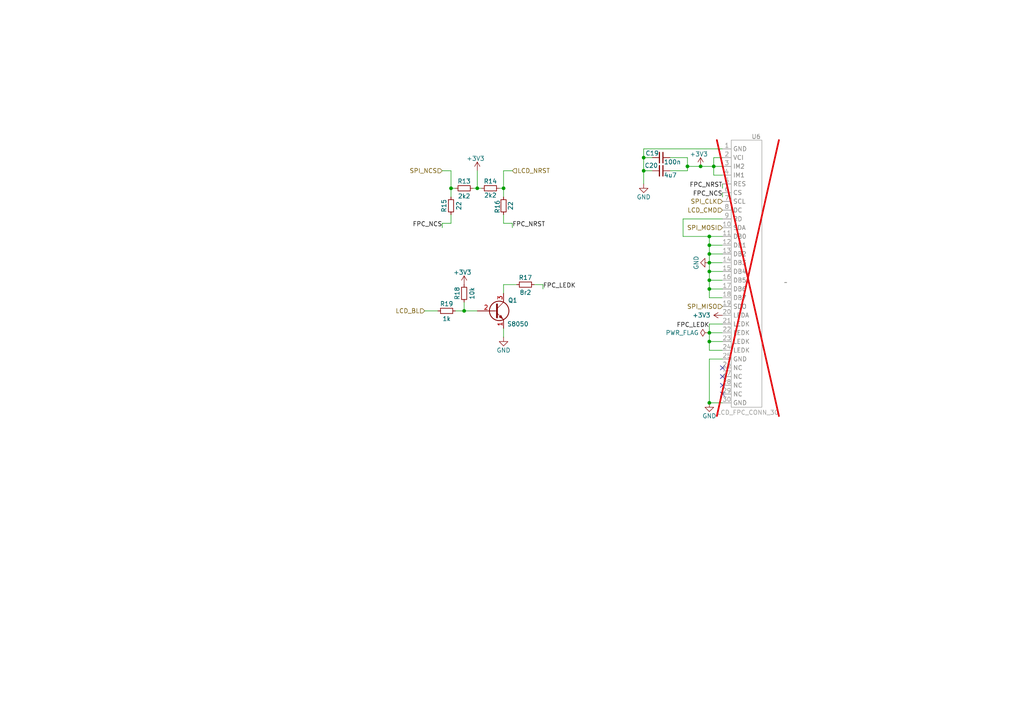
<source format=kicad_sch>
(kicad_sch (version 20231120) (generator "eeschema") (generator_version "8.0")
  (paper "A4")
  (lib_symbols
    (symbol "Device:C_Small" (pin_numbers hide) (pin_names (offset 0.254) hide)
      (property "Reference" "C" (at 0.254 1.778 0))
      (property "Value" "C_Small" (at 0.254 -2.032 0))
      (symbol "C_Small_0_1"
        (polyline (pts (xy -1.524 -0.508) (xy 1.524 -0.508)) (stroke (width 0.3302)))
        (polyline (pts (xy -1.524 0.508) (xy 1.524 0.508)) (stroke (width 0.3048)))
      )
      (symbol "C_Small_1_1"
        (pin passive line (at 0 2.54 270) (length 2.032) (name "~") (number "1"))
        (pin passive line (at 0 -2.54 90) (length 2.032) (name "~") (number "2"))
      )
    )
    (symbol "Device:R_Small" (pin_numbers hide) (pin_names (offset 0.254) hide)
      (property "Reference" "R" (at 0.762 0.508 0))
      (property "Value" "R_Small" (at 0.762 -1.016 0))
      (symbol "R_Small_0_1"
        (rectangle (start -0.762 1.778) (end 0.762 -1.778) (stroke (width 0.2032)))
      )
      (symbol "R_Small_1_1"
        (pin passive line (at 0 2.54 270) (length 0.762) (name "~") (number "1"))
        (pin passive line (at 0 -2.54 90) (length 0.762) (name "~") (number "2"))
      )
    )
    (symbol "Marijn:1.9{dblquote} LCD_FPC_CONN"
      (property "Reference" "U" (at 1.016 0 0))
      (symbol "1.9{dblquote} LCD_FPC_CONN_0_1"
        (rectangle (start -6.35 -1.27) (end 2.54 -78.74))
      )
      (symbol "1.9{dblquote} LCD_FPC_CONN_1_1"
        (text "LCD_FPC_CONN_30" (at -1.524 -80.264 0) (effects (font (size 1.27 1.27))))
        (pin power_in line (at -8.89 -3.81 0) (length 2.54) (name "GND") (number "1"))
        (pin input line (at -8.89 -26.67 0) (length 2.54) (name "SDA") (number "10"))
        (pin input line (at -8.89 -29.21 0) (length 2.54) (name "DB0") (number "11"))
        (pin input line (at -8.89 -31.75 0) (length 2.54) (name "DB1") (number "12"))
        (pin input line (at -8.89 -34.29 0) (length 2.54) (name "DB2") (number "13"))
        (pin input line (at -8.89 -36.83 0) (length 2.54) (name "DB3") (number "14"))
        (pin input line (at -8.89 -39.37 0) (length 2.54) (name "DB4") (number "15"))
        (pin input line (at -8.89 -41.91 0) (length 2.54) (name "DB5") (number "16"))
        (pin input line (at -8.89 -44.45 0) (length 2.54) (name "DB6") (number "17"))
        (pin input line (at -8.89 -46.99 0) (length 2.54) (name "DB7") (number "18"))
        (pin output line (at -8.89 -49.53 0) (length 2.54) (name "SDO") (number "19"))
        (pin power_in line (at -8.89 -6.35 0) (length 2.54) (name "VCI") (number "2"))
        (pin power_in line (at -8.89 -52.07 0) (length 2.54) (name "LEDA") (number "20"))
        (pin power_in line (at -8.89 -54.61 0) (length 2.54) (name "LEDK") (number "21"))
        (pin power_in line (at -8.89 -57.15 0) (length 2.54) (name "LEDK") (number "22"))
        (pin power_in line (at -8.89 -59.69 0) (length 2.54) (name "LEDK") (number "23"))
        (pin power_in line (at -8.89 -62.23 0) (length 2.54) (name "LEDK") (number "24"))
        (pin power_in line (at -8.89 -64.77 0) (length 2.54) (name "GND") (number "25"))
        (pin passive line (at -8.89 -67.31 0) (length 2.54) (name "NC") (number "26"))
        (pin passive line (at -8.89 -69.85 0) (length 2.54) (name "NC") (number "27"))
        (pin passive line (at -8.89 -72.39 0) (length 2.54) (name "NC") (number "28"))
        (pin passive line (at -8.89 -74.93 0) (length 2.54) (name "NC") (number "29"))
        (pin input line (at -8.89 -8.89 0) (length 2.54) (name "IM2") (number "3"))
        (pin power_in line (at -8.89 -77.47 0) (length 2.54) (name "GND") (number "30"))
        (pin input line (at -8.89 -11.43 0) (length 2.54) (name "IM1") (number "4"))
        (pin input line (at -8.89 -13.97 0) (length 2.54) (name "RES") (number "5"))
        (pin input line (at -8.89 -16.51 0) (length 2.54) (name "CS") (number "6"))
        (pin input line (at -8.89 -19.05 0) (length 2.54) (name "SCL") (number "7"))
        (pin input line (at -8.89 -21.59 0) (length 2.54) (name "DC") (number "8"))
        (pin input line (at -8.89 -24.13 0) (length 2.54) (name "RD") (number "9"))
      )
    )
    (symbol "Transistor_BJT:S8050" (pin_names (offset 0) hide)
      (property "Reference" "Q" (at 5.08 1.905 0))
      (property "Value" "S8050" (at 5.08 0 0))
      (symbol "S8050_0_1"
        (polyline (pts (xy 0 0) (xy 0.635 0)))
        (polyline (pts (xy 0.635 0.635) (xy 2.54 2.54)))
        (polyline (pts (xy 0.635 -0.635) (xy 2.54 -2.54) (xy 2.54 -2.54)))
        (polyline (pts (xy 0.635 1.905) (xy 0.635 -1.905) (xy 0.635 -1.905)) (stroke (width 0.508)))
        (polyline (pts (xy 1.27 -1.778) (xy 1.778 -1.27) (xy 2.286 -2.286) (xy 1.27 -1.778) (xy 1.27 -1.778)) (fill (type outline)))
        (circle (center 1.27 0) (radius 2.8194) (stroke (width 0.254)))
      )
      (symbol "S8050_1_1"
        (pin passive line (at 2.54 -5.08 90) (length 2.54) (name "E") (number "1"))
        (pin input line (at -5.08 0 0) (length 5.08) (name "B") (number "2"))
        (pin passive line (at 2.54 5.08 270) (length 2.54) (name "C") (number "3"))
      )
    )
    (symbol "power:+3V3" (power) (pin_numbers hide) (pin_names (offset 0) hide)
      (property "Value" "+3V3" (at 0 3.556 0))
      (symbol "+3V3_0_1"
        (polyline (pts (xy -0.762 1.27) (xy 0 2.54)))
        (polyline (pts (xy 0 0) (xy 0 2.54)))
        (polyline (pts (xy 0 2.54) (xy 0.762 1.27)))
      )
      (symbol "+3V3_1_1"
        (pin power_in line (at 0 0 90) (length 0) (name "~") (number "1"))
      )
    )
    (symbol "power:GND" (power) (pin_numbers hide) (pin_names (offset 0) hide)
      (property "Value" "GND" (at 0 -3.81 0))
      (symbol "GND_0_1"
        (polyline (pts (xy 0 0) (xy 0 -1.27) (xy 1.27 -1.27) (xy 0 -2.54) (xy -1.27 -1.27) (xy 0 -1.27)))
      )
      (symbol "GND_1_1"
        (pin power_in line (at 0 0 270) (length 0) (name "~") (number "1"))
      )
    )
    (symbol "power:PWR_FLAG" (power) (pin_numbers hide) (pin_names (offset 0) hide)
      (property "Value" "PWR_FLAG" (at 0 3.81 0))
      (symbol "PWR_FLAG_0_0"
        (pin power_out line (at 0 0 90) (length 0) (name "~") (number "1"))
      )
      (symbol "PWR_FLAG_0_1"
        (polyline (pts (xy 0 0) (xy 0 1.27) (xy -1.016 1.905) (xy 0 2.54) (xy 1.016 1.905) (xy 0 1.27)))
      )
    )
  )
  (junction (at 205.74 83.82))
  (junction (at 186.69 45.72))
  (junction (at 205.74 71.12))
  (junction (at 207.01 48.26))
  (junction (at 138.43 54.61))
  (junction (at 205.74 73.66))
  (junction (at 205.74 116.84))
  (junction (at 205.74 76.2))
  (junction (at 186.69 49.53))
  (junction (at 199.39 48.26))
  (junction (at 146.05 54.61))
  (junction (at 134.62 90.17))
  (junction (at 205.74 78.74))
  (junction (at 130.81 54.61))
  (junction (at 203.2 48.26))
  (junction (at 205.74 68.58))
  (junction (at 205.74 81.28))
  (junction (at 205.74 96.52))
  (junction (at 205.74 99.06))
  (no_connect (at 209.55 109.22))
  (no_connect (at 209.55 114.3))
  (no_connect (at 209.55 111.76))
  (no_connect (at 209.55 106.68))
  (wire (pts (xy 209.55 63.5) (xy 198.12 63.5)))
  (wire (pts (xy 205.74 71.12) (xy 205.74 73.66)))
  (wire (pts (xy 130.81 64.77) (xy 128.27 64.77)))
  (wire (pts (xy 209.55 43.18) (xy 186.69 43.18)))
  (wire (pts (xy 205.74 116.84) (xy 209.55 116.84)))
  (wire (pts (xy 209.55 104.14) (xy 205.74 104.14)))
  (wire (pts (xy 207.01 50.8) (xy 209.55 50.8)))
  (wire (pts (xy 209.55 57.15) (xy 209.55 55.88)))
  (wire (pts (xy 146.05 54.61) (xy 146.05 57.15)))
  (wire (pts (xy 205.74 104.14) (xy 205.74 116.84)))
  (wire (pts (xy 130.81 54.61) (xy 130.81 57.15)))
  (wire (pts (xy 144.78 54.61) (xy 146.05 54.61)))
  (wire (pts (xy 194.31 45.72) (xy 199.39 45.72)))
  (wire (pts (xy 205.74 78.74) (xy 209.55 78.74)))
  (wire (pts (xy 209.55 45.72) (xy 207.01 45.72)))
  (wire (pts (xy 205.74 73.66) (xy 205.74 76.2)))
  (wire (pts (xy 198.12 68.58) (xy 205.74 68.58)))
  (wire (pts (xy 146.05 49.53) (xy 148.59 49.53)))
  (wire (pts (xy 130.81 62.23) (xy 130.81 64.77)))
  (wire (pts (xy 146.05 64.77) (xy 148.59 64.77)))
  (wire (pts (xy 205.74 83.82) (xy 209.55 83.82)))
  (wire (pts (xy 205.74 83.82) (xy 205.74 86.36)))
  (wire (pts (xy 199.39 45.72) (xy 199.39 48.26)))
  (wire (pts (xy 205.74 93.98) (xy 205.74 96.52)))
  (wire (pts (xy 186.69 45.72) (xy 186.69 49.53)))
  (wire (pts (xy 139.7 54.61) (xy 138.43 54.61)))
  (wire (pts (xy 205.74 73.66) (xy 209.55 73.66)))
  (wire (pts (xy 132.08 90.17) (xy 134.62 90.17)))
  (wire (pts (xy 157.48 82.55) (xy 157.48 83.82)))
  (wire (pts (xy 205.74 68.58) (xy 205.74 71.12)))
  (wire (pts (xy 148.59 64.77) (xy 148.59 66.04)))
  (wire (pts (xy 146.05 97.79) (xy 146.05 95.25)))
  (wire (pts (xy 205.74 81.28) (xy 205.74 83.82)))
  (wire (pts (xy 149.86 82.55) (xy 146.05 82.55)))
  (wire (pts (xy 186.69 45.72) (xy 189.23 45.72)))
  (wire (pts (xy 146.05 62.23) (xy 146.05 64.77)))
  (wire (pts (xy 128.27 64.77) (xy 128.27 66.04)))
  (wire (pts (xy 205.74 81.28) (xy 209.55 81.28)))
  (wire (pts (xy 205.74 96.52) (xy 209.55 96.52)))
  (wire (pts (xy 205.74 68.58) (xy 209.55 68.58)))
  (wire (pts (xy 198.12 63.5) (xy 198.12 68.58)))
  (wire (pts (xy 132.08 54.61) (xy 130.81 54.61)))
  (wire (pts (xy 209.55 54.61) (xy 209.55 53.34)))
  (wire (pts (xy 137.16 54.61) (xy 138.43 54.61)))
  (wire (pts (xy 205.74 86.36) (xy 209.55 86.36)))
  (wire (pts (xy 134.62 87.63) (xy 134.62 90.17)))
  (wire (pts (xy 186.69 49.53) (xy 189.23 49.53)))
  (wire (pts (xy 186.69 49.53) (xy 186.69 53.34)))
  (wire (pts (xy 130.81 54.61) (xy 130.81 49.53)))
  (wire (pts (xy 138.43 49.53) (xy 138.43 54.61)))
  (wire (pts (xy 207.01 45.72) (xy 207.01 48.26)))
  (wire (pts (xy 207.01 48.26) (xy 207.01 50.8)))
  (wire (pts (xy 205.74 101.6) (xy 209.55 101.6)))
  (wire (pts (xy 199.39 49.53) (xy 199.39 48.26)))
  (wire (pts (xy 146.05 82.55) (xy 146.05 85.09)))
  (wire (pts (xy 123.19 90.17) (xy 127 90.17)))
  (wire (pts (xy 205.74 78.74) (xy 205.74 81.28)))
  (wire (pts (xy 186.69 43.18) (xy 186.69 45.72)))
  (wire (pts (xy 205.74 76.2) (xy 205.74 78.74)))
  (wire (pts (xy 205.74 76.2) (xy 209.55 76.2)))
  (wire (pts (xy 205.74 99.06) (xy 205.74 101.6)))
  (wire (pts (xy 203.2 48.26) (xy 207.01 48.26)))
  (wire (pts (xy 134.62 90.17) (xy 138.43 90.17)))
  (wire (pts (xy 205.74 71.12) (xy 209.55 71.12)))
  (wire (pts (xy 154.94 82.55) (xy 157.48 82.55)))
  (wire (pts (xy 207.01 48.26) (xy 209.55 48.26)))
  (wire (pts (xy 128.27 49.53) (xy 130.81 49.53)))
  (wire (pts (xy 205.74 99.06) (xy 209.55 99.06)))
  (wire (pts (xy 209.55 93.98) (xy 205.74 93.98)))
  (wire (pts (xy 194.31 49.53) (xy 199.39 49.53)))
  (wire (pts (xy 205.74 96.52) (xy 205.74 99.06)))
  (wire (pts (xy 146.05 49.53) (xy 146.05 54.61)))
  (wire (pts (xy 199.39 48.26) (xy 203.2 48.26)))
  (label "FPC_NRST" (at 209.55 54.61 180))
  (label "FPC_NCS" (at 209.55 57.15 180))
  (label "FPC_NRST" (at 148.59 66.04 0))
  (label "FPC_NCS" (at 128.27 66.04 180))
  (label "FPC_LEDK" (at 205.74 95.25 180))
  (label "FPC_LEDK" (at 157.48 83.82 0))
  (hierarchical_label "LCD_CMD" (shape input) (at 209.55 60.96 180))
  (hierarchical_label "LCD_BL" (shape input) (at 123.19 90.17 180))
  (hierarchical_label "SPI_NCS" (shape input) (at 128.27 49.53 180))
  (hierarchical_label "LCD_NRST" (shape input) (at 148.59 49.53 0))
  (hierarchical_label "SPI_CLK" (shape input) (at 209.55 58.42 180))
  (hierarchical_label "SPI_MISO" (shape input) (at 209.55 88.9 180))
  (hierarchical_label "SPI_MOSI" (shape input) (at 209.55 66.04 180))
  (symbol (lib_id "Device:C_Small") (at 191.77 49.53 270) (unit 1)
    (property "Reference" "C20" (at 186.944 48.006 90) (effects (justify left)))
    (property "Value" "4u7" (at 192.532 50.8 90) (effects (justify left)))
    (property "Footprint" "Capacitor_SMD:C_0402_1005Metric" (effects (hide yes)))
    (property "Description" "Unpolarized capacitor, small symbol" (effects (hide yes)))
    (property "LCSC" "C23733" (effects (hide yes)))
  )
  (symbol (lib_id "Device:R_Small") (at 129.54 90.17 90) (unit 1)
    (property "Reference" "R19" (at 129.54 88.138 90))
    (property "Value" "1k" (at 129.54 92.456 90))
    (property "Footprint" "Resistor_SMD:R_0603_1608Metric" (effects (hide yes)))
    (property "Description" "Resistor, small symbol" (effects (hide yes)))
    (property "LCSC" "C11702" (effects (hide yes)))
    (instances (project "STM32H7B0_devboard" (path "" (reference "R19") (unit 1))) (project "Keyboard_PCB" (path "" (reference "R9") (unit 1))))
  )
  (symbol (lib_id "power:+3V3") (at 138.43 49.53 0) (unit 1)
    (property "Reference" "#PWR047" (effects (hide yes)))
    (property "Value" "+3V3" (at 137.922 45.974 0))
    (property "Description" "Power symbol creates a global label with name \"+3V3\"" (effects (hide yes)))
    (instances (project "STM32H7B0_devboard" (path "" (reference "#PWR047") (unit 1))) (project "Keyboard_PCB" (path "" (reference "#PWR031") (unit 1))))
  )
  (symbol (lib_id "Device:R_Small") (at 134.62 54.61 90) (unit 1)
    (property "Reference" "R13" (at 134.62 52.578 90))
    (property "Value" "2k2" (at 134.62 56.896 90))
    (property "Footprint" "Resistor_SMD:R_0603_1608Metric" (effects (hide yes)))
    (property "Description" "Resistor, small symbol" (effects (hide yes)))
    (property "LCSC" "C25879" (effects (hide yes)))
    (instances (project "STM32H7B0_devboard" (path "" (reference "R13") (unit 1))) (project "Keyboard_PCB" (path "" (reference "R10") (unit 1))))
  )
  (symbol (lib_id "Device:R_Small") (at 152.4 82.55 90) (unit 1)
    (property "Reference" "R17" (at 152.4 80.518 90))
    (property "Value" "8r2" (at 152.4 84.836 90))
    (property "Footprint" "Resistor_SMD:R_0603_1608Metric" (effects (hide yes)))
    (property "Description" "Resistor, small symbol" (effects (hide yes)))
    (property "LCSC" "C2849042" (effects (hide yes)))
    (instances (project "STM32H7B0_devboard" (path "" (reference "R17") (unit 1))) (project "Keyboard_PCB" (path "" (reference "R7") (unit 1))))
  )
  (symbol (lib_id "Transistor_BJT:S8050") (at 143.51 90.17 0) (unit 1)
    (property "Reference" "Q1" (at 147.32 87.122 0) (effects (justify left)))
    (property "Value" "S8050" (at 147.066 93.98 0) (effects (justify left)))
    (property "Footprint" "Package_TO_SOT_SMD:SOT-23" (effects (hide yes)))
    (property "Datasheet" "http://www.unisonic.com.tw/datasheet/S8050.pdf" (effects (hide yes)))
    (property "Description" "0.7A Ic, 20V Vce, Low Voltage High Current NPN Transistor, TO-92" (effects (hide yes)))
    (property "LCSC" "C2146" (effects (hide yes)))
    (instances (project "STM32H7B0_devboard" (path "" (reference "Q1") (unit 1))) (project "Keyboard_PCB" (path "" (reference "Q2") (unit 1))))
  )
  (symbol (lib_id "power:+3V3") (at 209.55 91.44 90) (unit 1)
    (property "Reference" "#PWR051" (effects (hide yes)))
    (property "Value" "+3V3" (at 203.454 91.44 90))
    (property "Description" "Power symbol creates a global label with name \"+3V3\"" (effects (hide yes)))
    (instances (project "STM32H7B0_devboard" (path "" (reference "#PWR051") (unit 1))) (project "Keyboard_PCB" (path "" (reference "#PWR029") (unit 1))))
  )
  (symbol (lib_id "Marijn:1.9{dblquote} LCD_FPC_CONN") (at 218.44 39.37 0) (unit 1) (dnp yes)
    (property "Reference" "U6" (at 217.932 39.624 0) (effects (justify left)))
    (property "Value" "~" (at 227.33 81.9178 0) (effects (justify left)))
    (property "Footprint" "Custom:FPC_30_soldered" (effects (hide yes)))
    (instances (project "STM32H7B0_devboard" (path "" (reference "U6") (unit 1))) (project "Keyboard_PCB" (path "" (reference "U5") (unit 1))))
  )
  (symbol (lib_id "power:+3V3") (at 203.2 48.26 0) (unit 1)
    (property "Reference" "#PWR046" (effects (hide yes)))
    (property "Value" "+3V3" (at 202.692 44.704 0))
    (property "Description" "Power symbol creates a global label with name \"+3V3\"" (effects (hide yes)))
    (instances (project "STM32H7B0_devboard" (path "" (reference "#PWR046") (unit 1))) (project "Keyboard_PCB" (path "" (reference "#PWR025") (unit 1))))
  )
  (symbol (lib_id "power:GND") (at 186.69 53.34 0) (unit 1)
    (property "Reference" "#PWR048" (effects (hide yes)))
    (property "Value" "GND" (at 186.69 57.15 0))
    (property "Description" "Power symbol creates a global label with name \"GND\" , ground" (effects (hide yes)))
    (instances (project "STM32H7B0_devboard" (path "" (reference "#PWR048") (unit 1))) (project "Keyboard_PCB" (path "" (reference "#PWR026") (unit 1))))
  )
  (symbol (lib_id "power:GND") (at 205.74 116.84 0) (unit 1)
    (property "Reference" "#PWR053" (effects (hide yes)))
    (property "Value" "GND" (at 205.74 120.65 0))
    (property "Description" "Power symbol creates a global label with name \"GND\" , ground" (effects (hide yes)))
    (instances (project "STM32H7B0_devboard" (path "" (reference "#PWR053") (unit 1))) (project "Keyboard_PCB" (path "" (reference "#PWR032") (unit 1))))
  )
  (symbol (lib_id "Device:R_Small") (at 142.24 54.61 270) (unit 1)
    (property "Reference" "R14" (at 142.24 52.578 90))
    (property "Value" "2k2" (at 142.24 56.642 90))
    (property "Footprint" "Resistor_SMD:R_0603_1608Metric" (effects (hide yes)))
    (property "Description" "Resistor, small symbol" (effects (hide yes)))
    (property "LCSC" "C25879" (effects (hide yes)))
    (instances (project "STM32H7B0_devboard" (path "" (reference "R14") (unit 1))) (project "Keyboard_PCB" (path "" (reference "R11") (unit 1))))
  )
  (symbol (lib_id "power:GND") (at 205.74 76.2 270) (unit 1)
    (property "Reference" "#PWR050" (effects (hide yes)))
    (property "Value" "GND" (at 201.93 76.2 0))
    (property "Description" "Power symbol creates a global label with name \"GND\" , ground" (effects (hide yes)))
    (instances (project "STM32H7B0_devboard" (path "" (reference "#PWR050") (unit 1))) (project "Keyboard_PCB" (path "" (reference "#PWR028") (unit 1))))
  )
  (symbol (lib_id "power:GND") (at 146.05 97.79 0) (unit 1)
    (property "Reference" "#PWR052" (effects (hide yes)))
    (property "Value" "GND" (at 146.05 101.6 0))
    (property "Description" "Power symbol creates a global label with name \"GND\" , ground" (effects (hide yes)))
    (instances (project "STM32H7B0_devboard" (path "" (reference "#PWR052") (unit 1))) (project "Keyboard_PCB" (path "" (reference "#PWR030") (unit 1))))
  )
  (symbol (lib_id "power:+3V3") (at 134.62 82.55 0) (unit 1)
    (property "Reference" "#PWR049" (effects (hide yes)))
    (property "Value" "+3V3" (at 134.112 78.994 0))
    (property "Description" "Power symbol creates a global label with name \"+3V3\"" (effects (hide yes)))
    (instances (project "STM32H7B0_devboard" (path "" (reference "#PWR049") (unit 1))) (project "Keyboard_PCB" (path "" (reference "#PWR027") (unit 1))))
  )
  (symbol (lib_id "Device:R_Small") (at 146.05 59.69 0) (unit 1)
    (property "Reference" "R16" (at 144.272 59.944 90))
    (property "Value" "22" (at 148.082 59.69 90))
    (property "Footprint" "Resistor_SMD:R_0603_1608Metric" (effects (hide yes)))
    (property "Description" "Resistor, small symbol" (effects (hide yes)))
    (property "LCSC" "C25092" (effects (hide yes)))
    (instances (project "STM32H7B0_devboard" (path "" (reference "R16") (unit 1))) (project "Keyboard_PCB" (path "" (reference "R13") (unit 1))))
  )
  (symbol (lib_id "Device:C_Small") (at 191.77 45.72 270) (unit 1)
    (property "Reference" "C19" (at 187.198 44.45 90) (effects (justify left)))
    (property "Value" "100n" (at 192.532 46.99 90) (effects (justify left)))
    (property "Footprint" "Capacitor_SMD:C_0402_1005Metric" (effects (hide yes)))
    (property "Description" "Unpolarized capacitor, small symbol" (effects (hide yes)))
    (property "LCSC" "C1525" (effects (hide yes)))
    (instances (project "STM32H7B0_devboard" (path "" (reference "C19") (unit 1))) (project "Keyboard_PCB" (path "" (reference "C14") (unit 1))))
  )
  (symbol (lib_id "power:PWR_FLAG") (at 205.74 96.52 90) (unit 1)
    (property "Reference" "#FLG01" (effects (hide yes)))
    (property "Value" "PWR_FLAG" (at 202.692 96.52 90) (effects (justify left)))
    (property "Description" "Special symbol for telling ERC where power comes from" (effects (hide yes)))
    (instances (project "STM32H7B0_devboard" (path "" (reference "#FLG01") (unit 1))) (project "Keyboard_PCB" (path "" (reference "#FLG03") (unit 1))))
  )
  (symbol (lib_id "Device:R_Small") (at 134.62 85.09 180) (unit 1)
    (property "Reference" "R18" (at 132.588 85.09 90))
    (property "Value" "10k" (at 136.906 85.09 90))
    (property "Footprint" "Resistor_SMD:R_0603_1608Metric" (effects (hide yes)))
    (property "Description" "Resistor, small symbol" (effects (hide yes)))
    (property "LCSC" "C25744" (effects (hide yes)))
    (instances (project "STM32H7B0_devboard" (path "" (reference "R18") (unit 1))) (project "Keyboard_PCB" (path "" (reference "R8") (unit 1))))
  )
  (symbol (lib_id "Device:R_Small") (at 130.81 59.69 180) (unit 1)
    (property "Reference" "R15" (at 128.778 59.69 90))
    (property "Value" "22" (at 133.096 59.69 90))
    (property "Footprint" "Resistor_SMD:R_0603_1608Metric" (effects (hide yes)))
    (property "Description" "Resistor, small symbol" (effects (hide yes)))
    (property "LCSC" "C25092" (effects (hide yes)))
    (instances (project "STM32H7B0_devboard" (path "" (reference "R15") (unit 1))) (project "Keyboard_PCB" (path "" (reference "R12") (unit 1))))
  )
)
</source>
